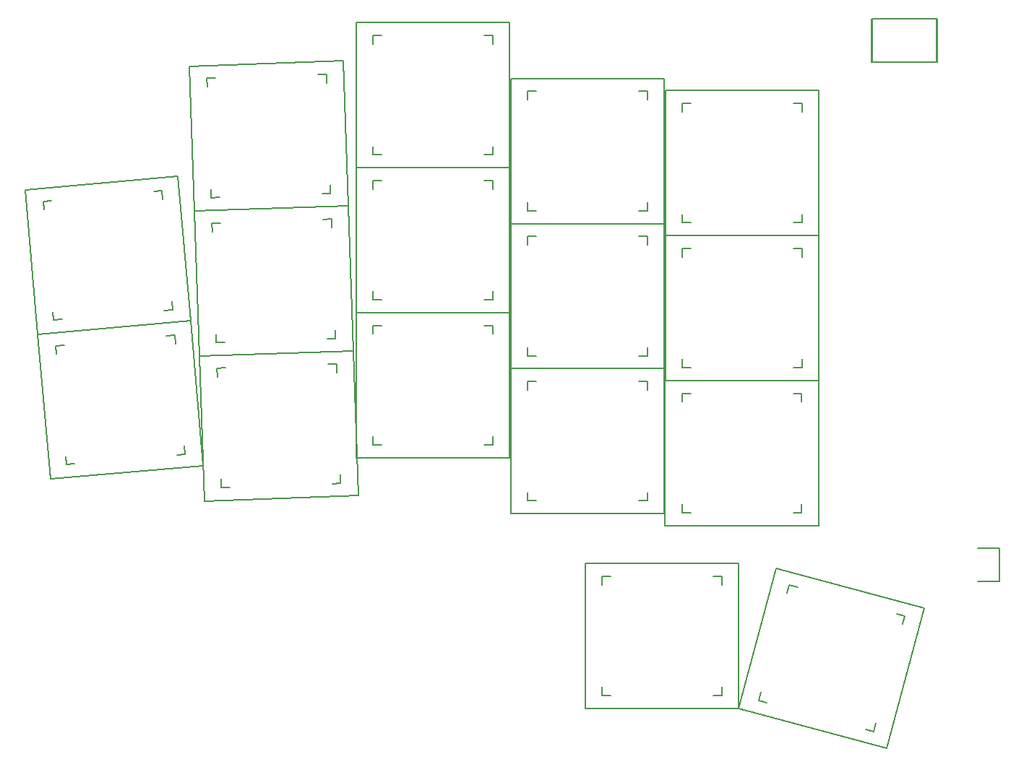
<source format=gbr>
%TF.GenerationSoftware,KiCad,Pcbnew,(6.0.4)*%
%TF.CreationDate,2022-06-21T15:17:04+02:00*%
%TF.ProjectId,konafa,6b6f6e61-6661-42e6-9b69-6361645f7063,v1.0.0*%
%TF.SameCoordinates,Original*%
%TF.FileFunction,OtherDrawing,Comment*%
%FSLAX46Y46*%
G04 Gerber Fmt 4.6, Leading zero omitted, Abs format (unit mm)*
G04 Created by KiCad (PCBNEW (6.0.4)) date 2022-06-21 15:17:04*
%MOMM*%
%LPD*%
G01*
G04 APERTURE LIST*
%ADD10C,0.150000*%
G04 APERTURE END LIST*
D10*
%TO.C,T1*%
X162854000Y56216000D02*
X160354000Y56216000D01*
X160354000Y60116000D02*
X162854000Y60116000D01*
X162854000Y60116000D02*
X162854000Y56216000D01*
%TO.C,S11*%
X84475058Y102706398D02*
X84509957Y101707008D01*
X84021364Y115698479D02*
X84056264Y114699088D01*
X83510566Y101672108D02*
X84509957Y101707008D01*
X84021364Y115698479D02*
X83021973Y115663580D01*
X70518486Y101218415D02*
X71517877Y101253314D01*
X71029284Y115244784D02*
X70029893Y115209885D01*
X86561088Y100277720D02*
X68572053Y99649530D01*
X68572054Y99649529D02*
X67978762Y116639173D01*
X84021363Y115698479D02*
X84056264Y114699087D01*
X84021363Y115698479D02*
X83021974Y115663579D01*
X70518487Y101218414D02*
X70483586Y102217806D01*
X70064792Y114210495D02*
X70029893Y115209886D01*
X85967797Y117267364D02*
X86561088Y100277720D01*
X67978762Y116639173D02*
X85967796Y117267364D01*
X85967796Y117267364D02*
X86561088Y100277720D01*
X70518487Y101218414D02*
X71517877Y101253313D01*
X71029284Y115244786D02*
X70029893Y115209886D01*
X83510566Y101672108D02*
X84509957Y101707008D01*
X70518486Y101218415D02*
X70483586Y102217806D01*
X70064792Y114210494D02*
X70029893Y115209885D01*
X86561088Y100277720D02*
X68572054Y99649529D01*
X68572053Y99649530D02*
X67978762Y116639174D01*
X84475058Y102706399D02*
X84509957Y101707008D01*
X67978762Y116639174D02*
X85967797Y117267364D01*
%TO.C,S15*%
X103495816Y103246989D02*
X102495817Y103246988D01*
X105495816Y104746989D02*
X105495817Y87746989D01*
X87495817Y87746989D02*
X87495817Y104746989D01*
X105495817Y87746989D02*
X87495817Y87746989D01*
X103495817Y90246988D02*
X103495817Y89246989D01*
X89495818Y89246988D02*
X90495817Y89246988D01*
X89495818Y89246988D02*
X89495817Y90246989D01*
X102495817Y89246989D02*
X103495817Y89246989D01*
X89495817Y102246988D02*
X89495817Y103246988D01*
X87495817Y104746988D02*
X105495816Y104746989D01*
X87495818Y87746988D02*
X87495817Y104746988D01*
X89495817Y89246989D02*
X90495817Y89246989D01*
X90495817Y103246989D02*
X89495817Y103246989D01*
X89495817Y89246989D02*
X89495817Y90246989D01*
X89495817Y102246989D02*
X89495817Y103246989D01*
X103495817Y103246989D02*
X102495817Y103246989D01*
X105495817Y104746989D02*
X105495817Y87746989D01*
X103495817Y103246989D02*
X103495817Y102246989D01*
X103495817Y90246989D02*
X103495817Y89246989D01*
X87495817Y104746989D02*
X105495817Y104746989D01*
X90495817Y103246987D02*
X89495817Y103246988D01*
X102495817Y89246989D02*
X103495817Y89246989D01*
X105495817Y87746989D02*
X87495818Y87746988D01*
X103495816Y103246989D02*
X103495817Y102246988D01*
%TO.C,S21*%
X121611087Y83686017D02*
X121611087Y82686017D01*
X105611088Y81186016D02*
X105611087Y98186016D01*
X105611087Y81186017D02*
X105611087Y98186017D01*
X108611087Y96686017D02*
X107611087Y96686017D01*
X121611087Y96686017D02*
X120611087Y96686017D01*
X107611087Y82686017D02*
X107611087Y83686017D01*
X105611087Y98186016D02*
X123611086Y98186017D01*
X107611087Y95686016D02*
X107611087Y96686016D01*
X121611086Y96686017D02*
X121611087Y95686016D01*
X107611088Y82686016D02*
X107611087Y83686017D01*
X121611087Y83686016D02*
X121611087Y82686017D01*
X123611087Y81186017D02*
X105611087Y81186017D01*
X107611088Y82686016D02*
X108611087Y82686016D01*
X123611087Y81186017D02*
X105611088Y81186016D01*
X105611087Y98186017D02*
X123611087Y98186017D01*
X107611087Y95686017D02*
X107611087Y96686017D01*
X121611086Y96686017D02*
X120611087Y96686016D01*
X123611087Y98186017D02*
X123611087Y81186017D01*
X120611087Y82686017D02*
X121611087Y82686017D01*
X120611087Y82686017D02*
X121611087Y82686017D01*
X121611087Y96686017D02*
X121611087Y95686017D01*
X108611087Y96686015D02*
X107611087Y96686016D01*
X123611086Y98186017D02*
X123611087Y81186017D01*
X107611087Y82686017D02*
X108611087Y82686017D01*
%TO.C,S29*%
X125718281Y98278851D02*
X126718280Y98278851D01*
X138718280Y98278852D02*
X139718280Y98278852D01*
X123718280Y96778852D02*
X123718280Y113778852D01*
X126718280Y112278850D02*
X125718280Y112278851D01*
X139718280Y99278851D02*
X139718280Y98278852D01*
X141718280Y113778852D02*
X141718280Y96778852D01*
X141718279Y113778852D02*
X141718280Y96778852D01*
X138718280Y98278852D02*
X139718280Y98278852D01*
X139718280Y99278852D02*
X139718280Y98278852D01*
X139718280Y112278852D02*
X139718280Y111278852D01*
X125718280Y98278852D02*
X126718280Y98278852D01*
X139718279Y112278852D02*
X139718280Y111278851D01*
X139718280Y112278852D02*
X138718280Y112278852D01*
X125718280Y111278851D02*
X125718280Y112278851D01*
X141718280Y96778852D02*
X123718281Y96778851D01*
X125718280Y98278852D02*
X125718280Y99278852D01*
X139718279Y112278852D02*
X138718280Y112278851D01*
X123718280Y113778852D02*
X141718280Y113778852D01*
X123718280Y113778851D02*
X141718279Y113778852D01*
X125718281Y98278851D02*
X125718280Y99278852D01*
X125718280Y111278852D02*
X125718280Y112278852D01*
X141718280Y96778852D02*
X123718280Y96778852D01*
X123718281Y96778851D02*
X123718280Y113778851D01*
X126718280Y112278852D02*
X125718280Y112278852D01*
%TO.C,S33*%
X147197290Y38921157D02*
X148163215Y38662338D01*
X134640254Y42285805D02*
X134899073Y43251730D01*
X138004901Y54842840D02*
X138263721Y55808766D01*
X139229646Y55549947D02*
X138263721Y55808766D01*
X132320174Y41354553D02*
X136720097Y57775292D01*
X138004901Y54842839D02*
X138263720Y55808765D01*
X134640255Y42285803D02*
X134899073Y43251730D01*
X147197290Y38921157D02*
X148163215Y38662338D01*
X134640255Y42285803D02*
X135606179Y42026985D01*
X148422035Y39628264D02*
X148163215Y38662338D01*
X136720097Y57775293D02*
X154106762Y53116550D01*
X151786681Y52185300D02*
X151527863Y51219373D01*
X151786682Y52185299D02*
X151527863Y51219374D01*
X151786681Y52185300D02*
X150820756Y52444118D01*
X148422034Y39628263D02*
X148163215Y38662338D01*
X149706839Y36695811D02*
X132320174Y41354553D01*
X139229646Y55549945D02*
X138263720Y55808765D01*
X154106762Y53116550D02*
X149706839Y36695811D01*
X154106761Y53116550D02*
X149706839Y36695811D01*
X151786682Y52185299D02*
X150820756Y52444119D01*
X149706839Y36695811D02*
X132320174Y41354554D01*
X132320174Y41354554D02*
X136720097Y57775293D01*
X134640254Y42285805D02*
X135606180Y42026985D01*
X136720097Y57775292D02*
X154106761Y53116550D01*
%TO.C,S7*%
X71705071Y67239126D02*
X72704461Y67274025D01*
X71705070Y67239127D02*
X72704461Y67274026D01*
X85207947Y81719191D02*
X84208558Y81684291D01*
X87747672Y66298432D02*
X69758638Y65670241D01*
X87154381Y83288076D02*
X87747672Y66298432D01*
X85207948Y81719191D02*
X84208557Y81684292D01*
X84697150Y67692820D02*
X85696541Y67727720D01*
X71705070Y67239127D02*
X71670170Y68238518D01*
X85207947Y81719191D02*
X85242848Y80719799D01*
X71251376Y80231207D02*
X71216477Y81230598D01*
X85661642Y68727111D02*
X85696541Y67727720D01*
X69758637Y65670242D02*
X69165346Y82659886D01*
X85661642Y68727110D02*
X85696541Y67727720D01*
X71705071Y67239126D02*
X71670170Y68238518D01*
X87154380Y83288076D02*
X87747672Y66298432D01*
X72215868Y81265496D02*
X71216477Y81230597D01*
X69758638Y65670241D02*
X69165346Y82659885D01*
X87747672Y66298432D02*
X69758637Y65670242D01*
X84697150Y67692820D02*
X85696541Y67727720D01*
X85207948Y81719191D02*
X85242848Y80719800D01*
X69165346Y82659886D02*
X87154381Y83288076D01*
X72215868Y81265498D02*
X71216477Y81230598D01*
X71251376Y80231206D02*
X71216477Y81230597D01*
X69165346Y82659885D02*
X87154380Y83288076D01*
%TO.C,T2*%
X162854000Y56216000D02*
X160354000Y56216000D01*
X162854000Y60116000D02*
X162854000Y56216000D01*
X160354000Y60116000D02*
X162854000Y60116000D01*
%TO.C,S5*%
X50195005Y85191297D02*
X48713356Y102126607D01*
X52056659Y86859902D02*
X51969504Y87856097D01*
X66644859Y103695412D02*
X68126508Y86760102D01*
X52056660Y86859901D02*
X53052854Y86947057D01*
X65007190Y87992927D02*
X66003385Y88080082D01*
X52056659Y86859902D02*
X53052854Y86947058D01*
X51832674Y100893783D02*
X50836479Y100806628D01*
X68126508Y86760102D02*
X50195005Y85191297D01*
X64783205Y102026808D02*
X63787010Y101939652D01*
X64783204Y102026808D02*
X63787010Y101939651D01*
X64783205Y102026808D02*
X64870360Y101030613D01*
X52056660Y86859901D02*
X51969504Y87856097D01*
X65916229Y89076277D02*
X66003385Y88080082D01*
X48713356Y102126608D02*
X66644860Y103695412D01*
X48713356Y102126607D02*
X66644859Y103695412D01*
X51832674Y100893781D02*
X50836479Y100806627D01*
X64783204Y102026808D02*
X64870361Y101030612D01*
X65916229Y89076276D02*
X66003385Y88080082D01*
X68126508Y86760102D02*
X50195004Y85191298D01*
X50923635Y99810433D02*
X50836479Y100806628D01*
X65007190Y87992927D02*
X66003385Y88080082D01*
X50923635Y99810432D02*
X50836479Y100806627D01*
X66644860Y103695412D02*
X68126508Y86760102D01*
X50195004Y85191298D02*
X48713356Y102126608D01*
%TO.C,S27*%
X123718280Y96778851D02*
X141718279Y96778852D01*
X139718280Y95278852D02*
X138718280Y95278852D01*
X139718280Y82278851D02*
X139718280Y81278852D01*
X139718279Y95278852D02*
X139718280Y94278851D01*
X123718280Y96778852D02*
X141718280Y96778852D01*
X138718280Y81278852D02*
X139718280Y81278852D01*
X125718280Y94278852D02*
X125718280Y95278852D01*
X125718281Y81278851D02*
X125718280Y82278852D01*
X125718281Y81278851D02*
X126718280Y81278851D01*
X126718280Y95278852D02*
X125718280Y95278852D01*
X141718280Y79778852D02*
X123718280Y79778852D01*
X139718280Y95278852D02*
X139718280Y94278852D01*
X141718280Y96778852D02*
X141718280Y79778852D01*
X125718280Y94278851D02*
X125718280Y95278851D01*
X123718281Y79778851D02*
X123718280Y96778851D01*
X139718280Y82278852D02*
X139718280Y81278852D01*
X141718279Y96778852D02*
X141718280Y79778852D01*
X125718280Y81278852D02*
X126718280Y81278852D01*
X141718280Y79778852D02*
X123718281Y79778851D01*
X125718280Y81278852D02*
X125718280Y82278852D01*
X138718280Y81278852D02*
X139718280Y81278852D01*
X139718279Y95278852D02*
X138718280Y95278851D01*
X123718280Y79778852D02*
X123718280Y96778852D01*
X126718280Y95278850D02*
X125718280Y95278851D01*
%TO.C,S9*%
X87154380Y83288076D02*
X69165345Y82659886D01*
X71111779Y84228770D02*
X71076878Y85228162D01*
X71622576Y98255140D02*
X70623185Y98220241D01*
X84614656Y98708835D02*
X84649556Y97709444D01*
X84614655Y98708835D02*
X84649556Y97709443D01*
X68572054Y99649530D02*
X86561089Y100277720D01*
X71111778Y84228771D02*
X71076878Y85228162D01*
X86561088Y100277720D02*
X87154380Y83288076D01*
X71111779Y84228770D02*
X72111169Y84263669D01*
X84103858Y84682464D02*
X85103249Y84717364D01*
X84614656Y98708835D02*
X83615265Y98673936D01*
X86561089Y100277720D02*
X87154380Y83288076D01*
X85068350Y85716755D02*
X85103249Y84717364D01*
X70658084Y97220850D02*
X70623185Y98220241D01*
X84103858Y84682464D02*
X85103249Y84717364D01*
X84614655Y98708835D02*
X83615266Y98673935D01*
X70658084Y97220851D02*
X70623185Y98220242D01*
X69165345Y82659886D02*
X68572054Y99649530D01*
X87154380Y83288076D02*
X69165346Y82659885D01*
X71111778Y84228771D02*
X72111169Y84263670D01*
X68572054Y99649529D02*
X86561088Y100277720D01*
X71622576Y98255142D02*
X70623185Y98220242D01*
X85068350Y85716754D02*
X85103249Y84717364D01*
X69165346Y82659885D02*
X68572054Y99649529D01*
%TO.C,S13*%
X87495817Y70746989D02*
X87495817Y87746989D01*
X87495818Y70746988D02*
X87495817Y87746988D01*
X103495816Y86246989D02*
X103495817Y85246988D01*
X89495817Y85246989D02*
X89495817Y86246989D01*
X105495817Y70746989D02*
X87495818Y70746988D01*
X90495817Y86246987D02*
X89495817Y86246988D01*
X102495817Y72246989D02*
X103495817Y72246989D01*
X105495816Y87746989D02*
X105495817Y70746989D01*
X89495817Y72246989D02*
X90495817Y72246989D01*
X89495817Y72246989D02*
X89495817Y73246989D01*
X105495817Y87746989D02*
X105495817Y70746989D01*
X89495818Y72246988D02*
X90495817Y72246988D01*
X103495816Y86246989D02*
X102495817Y86246988D01*
X102495817Y72246989D02*
X103495817Y72246989D01*
X89495817Y85246988D02*
X89495817Y86246988D01*
X103495817Y86246989D02*
X102495817Y86246989D01*
X105495817Y70746989D02*
X87495817Y70746989D01*
X103495817Y86246989D02*
X103495817Y85246989D01*
X103495817Y73246988D02*
X103495817Y72246989D01*
X87495817Y87746988D02*
X105495816Y87746989D01*
X87495817Y87746989D02*
X105495817Y87746989D01*
X89495818Y72246988D02*
X89495817Y73246989D01*
X90495817Y86246989D02*
X89495817Y86246989D01*
X103495817Y73246989D02*
X103495817Y72246989D01*
%TO.C,S27*%
X126708967Y78292683D02*
X125708967Y78292684D01*
X123708968Y62792684D02*
X123708967Y79792684D01*
X141708967Y62792685D02*
X123708967Y62792685D01*
X141708967Y62792685D02*
X123708968Y62792684D01*
X123708967Y62792685D02*
X123708967Y79792685D01*
X125708968Y64292684D02*
X125708967Y65292685D01*
X125708967Y77292684D02*
X125708967Y78292684D01*
X125708967Y64292685D02*
X125708967Y65292685D01*
X125708968Y64292684D02*
X126708967Y64292684D01*
X126708967Y78292685D02*
X125708967Y78292685D01*
X139708967Y78292685D02*
X138708967Y78292685D01*
X141708966Y79792685D02*
X141708967Y62792685D01*
X138708967Y64292685D02*
X139708967Y64292685D01*
X139708966Y78292685D02*
X139708967Y77292684D01*
X139708967Y78292685D02*
X139708967Y77292685D01*
X123708967Y79792684D02*
X141708966Y79792685D01*
X139708966Y78292685D02*
X138708967Y78292684D01*
X139708967Y65292684D02*
X139708967Y64292685D01*
X125708967Y64292685D02*
X126708967Y64292685D01*
X138708967Y64292685D02*
X139708967Y64292685D01*
X125708967Y77292685D02*
X125708967Y78292685D01*
X123708967Y79792685D02*
X141708967Y79792685D01*
X141708967Y79792685D02*
X141708967Y62792685D01*
X139708967Y65292685D02*
X139708967Y64292685D01*
%TO.C,S17*%
X105495818Y104746989D02*
X87495819Y104746988D01*
X103495818Y107246988D02*
X103495818Y106246989D01*
X103495818Y120246989D02*
X103495818Y119246989D01*
X105495818Y121746989D02*
X105495818Y104746989D01*
X90495818Y120246987D02*
X89495818Y120246988D01*
X87495819Y104746988D02*
X87495818Y121746988D01*
X87495818Y121746989D02*
X105495818Y121746989D01*
X102495818Y106246989D02*
X103495818Y106246989D01*
X103495817Y120246989D02*
X103495818Y119246988D01*
X103495818Y120246989D02*
X102495818Y120246989D01*
X102495818Y106246989D02*
X103495818Y106246989D01*
X89495818Y106246989D02*
X89495818Y107246989D01*
X105495817Y121746989D02*
X105495818Y104746989D01*
X103495817Y120246989D02*
X102495818Y120246988D01*
X90495818Y120246989D02*
X89495818Y120246989D01*
X103495818Y107246989D02*
X103495818Y106246989D01*
X87495818Y121746988D02*
X105495817Y121746989D01*
X89495818Y119246988D02*
X89495818Y120246988D01*
X89495818Y106246989D02*
X90495818Y106246989D01*
X105495818Y104746989D02*
X87495818Y104746989D01*
X89495818Y119246989D02*
X89495818Y120246989D01*
X89495819Y106246988D02*
X89495818Y107246989D01*
X87495818Y104746989D02*
X87495818Y121746989D01*
X89495819Y106246988D02*
X90495818Y106246988D01*
%TO.C,S31*%
X130320174Y43854554D02*
X130320174Y42854554D01*
X116320175Y42854553D02*
X117320174Y42854553D01*
X114320174Y58354553D02*
X132320173Y58354554D01*
X130320174Y56854554D02*
X130320174Y55854554D01*
X130320173Y56854554D02*
X130320174Y55854553D01*
X114320175Y41354553D02*
X114320174Y58354553D01*
X130320173Y56854554D02*
X129320174Y56854553D01*
X130320174Y56854554D02*
X129320174Y56854554D01*
X132320174Y58354554D02*
X132320174Y41354554D01*
X129320174Y42854554D02*
X130320174Y42854554D01*
X129320174Y42854554D02*
X130320174Y42854554D01*
X132320173Y58354554D02*
X132320174Y41354554D01*
X116320174Y42854554D02*
X116320174Y43854554D01*
X116320175Y42854553D02*
X116320174Y43854554D01*
X114320174Y41354554D02*
X114320174Y58354554D01*
X117320174Y56854554D02*
X116320174Y56854554D01*
X116320174Y42854554D02*
X117320174Y42854554D01*
X130320174Y43854553D02*
X130320174Y42854554D01*
X117320174Y56854552D02*
X116320174Y56854553D01*
X114320174Y58354554D02*
X132320174Y58354554D01*
X132320174Y41354554D02*
X114320174Y41354554D01*
X116320174Y55854553D02*
X116320174Y56854553D01*
X132320174Y41354554D02*
X114320175Y41354553D01*
X116320174Y55854554D02*
X116320174Y56854554D01*
%TO.C,MCU1*%
X147955000Y117137254D02*
X147955000Y122217254D01*
X147916477Y117137254D02*
X147916477Y122217254D01*
X155536477Y117137254D02*
X147916477Y117137254D01*
X147955000Y122217254D02*
X155575000Y122217254D01*
X155575000Y122217254D02*
X155575000Y117137254D01*
X155575000Y117137254D02*
X147955000Y117137254D01*
X155536477Y122217254D02*
X155536477Y117137254D01*
%TO.C,S3*%
X53538306Y69924590D02*
X54534501Y70011746D01*
X66264852Y85091496D02*
X65268657Y85004340D01*
X69608155Y69824790D02*
X51676652Y68255985D01*
X68126506Y86760100D02*
X69608155Y69824790D01*
X53314321Y83958469D02*
X52318126Y83871315D01*
X66264852Y85091496D02*
X66352007Y84095301D01*
X50195003Y85191296D02*
X68126507Y86760100D01*
X53538307Y69924589D02*
X53451151Y70920785D01*
X66488837Y71057615D02*
X67485032Y71144770D01*
X68126507Y86760100D02*
X69608155Y69824790D01*
X51676652Y68255985D02*
X50195003Y85191295D01*
X67397876Y72140965D02*
X67485032Y71144770D01*
X52405282Y82875120D02*
X52318126Y83871315D01*
X69608155Y69824790D02*
X51676651Y68255986D01*
X51676651Y68255986D02*
X50195003Y85191296D01*
X66488837Y71057615D02*
X67485032Y71144770D01*
X52405282Y82875121D02*
X52318126Y83871316D01*
X53538306Y69924590D02*
X53451151Y70920785D01*
X53538307Y69924589D02*
X54534501Y70011745D01*
X66264851Y85091496D02*
X66352008Y84095300D01*
X53314321Y83958471D02*
X52318126Y83871316D01*
X50195003Y85191295D02*
X68126506Y86760100D01*
X67397876Y72140964D02*
X67485032Y71144770D01*
X66264851Y85091496D02*
X65268657Y85004339D01*
%TO.C,S23*%
X107611087Y99686017D02*
X108611087Y99686017D01*
X121611087Y113686017D02*
X121611087Y112686017D01*
X107611087Y112686017D02*
X107611087Y113686017D01*
X107611087Y99686017D02*
X107611087Y100686017D01*
X105611088Y98186016D02*
X105611087Y115186016D01*
X123611087Y98186017D02*
X105611087Y98186017D01*
X107611087Y112686016D02*
X107611087Y113686016D01*
X107611088Y99686016D02*
X107611087Y100686017D01*
X121611087Y100686017D02*
X121611087Y99686017D01*
X123611087Y115186017D02*
X123611087Y98186017D01*
X105611087Y115186017D02*
X123611087Y115186017D01*
X107611088Y99686016D02*
X108611087Y99686016D01*
X120611087Y99686017D02*
X121611087Y99686017D01*
X121611087Y100686016D02*
X121611087Y99686017D01*
X121611087Y113686017D02*
X120611087Y113686017D01*
X105611087Y98186017D02*
X105611087Y115186017D01*
X123611087Y98186017D02*
X105611088Y98186016D01*
X121611086Y113686017D02*
X120611087Y113686016D01*
X105611087Y115186016D02*
X123611086Y115186017D01*
X108611087Y113686015D02*
X107611087Y113686016D01*
X123611086Y115186017D02*
X123611087Y98186017D01*
X120611087Y99686017D02*
X121611087Y99686017D01*
X121611086Y113686017D02*
X121611087Y112686016D01*
X108611087Y113686017D02*
X107611087Y113686017D01*
%TO.C,S19*%
X121611086Y79686017D02*
X120611087Y79686016D01*
X120611087Y65686017D02*
X121611087Y65686017D01*
X123611087Y81186017D02*
X123611087Y64186017D01*
X121611087Y79686017D02*
X120611087Y79686017D01*
X107611087Y78686017D02*
X107611087Y79686017D01*
X121611087Y66686016D02*
X121611087Y65686017D01*
X123611087Y64186017D02*
X105611087Y64186017D01*
X121611087Y79686017D02*
X121611087Y78686017D01*
X123611086Y81186017D02*
X123611087Y64186017D01*
X121611086Y79686017D02*
X121611087Y78686016D01*
X107611088Y65686016D02*
X108611087Y65686016D01*
X107611087Y65686017D02*
X107611087Y66686017D01*
X108611087Y79686017D02*
X107611087Y79686017D01*
X107611088Y65686016D02*
X107611087Y66686017D01*
X105611088Y64186016D02*
X105611087Y81186016D01*
X105611087Y81186016D02*
X123611086Y81186017D01*
X121611087Y66686017D02*
X121611087Y65686017D01*
X105611087Y64186017D02*
X105611087Y81186017D01*
X105611087Y81186017D02*
X123611087Y81186017D01*
X107611087Y65686017D02*
X108611087Y65686017D01*
X123611087Y64186017D02*
X105611088Y64186016D01*
X120611087Y65686017D02*
X121611087Y65686017D01*
X108611087Y79686015D02*
X107611087Y79686016D01*
X107611087Y78686016D02*
X107611087Y79686016D01*
%TD*%
M02*

</source>
